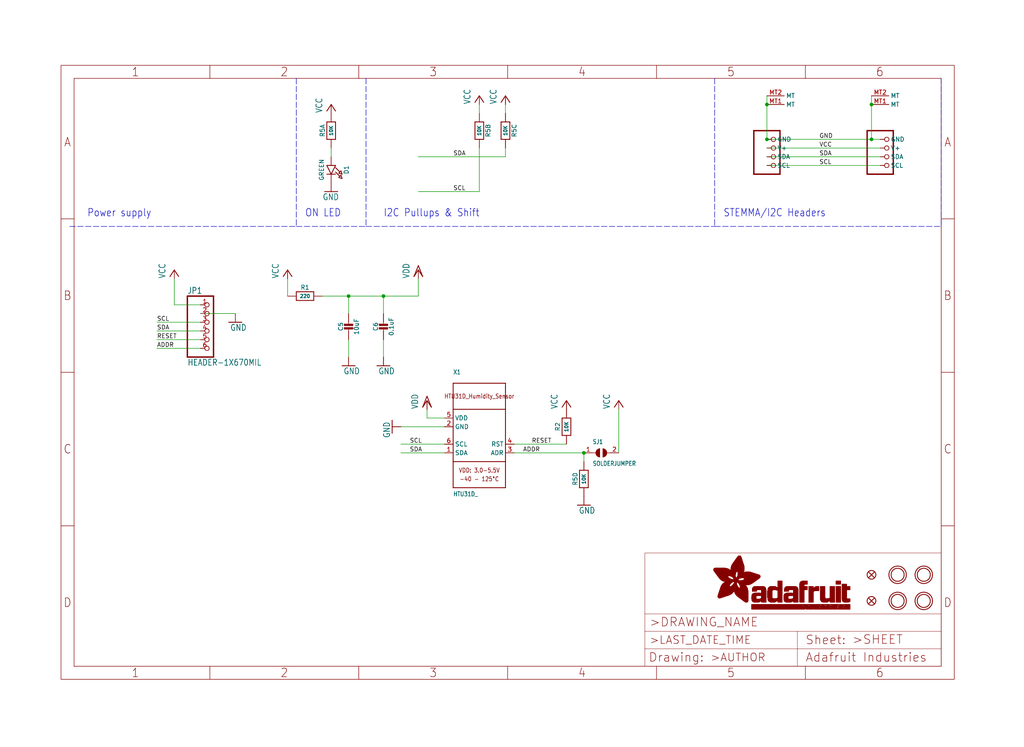
<source format=kicad_sch>
(kicad_sch (version 20211123) (generator eeschema)
  (paper "User" 298.45 217.881)
  (lib_symbols
    (symbol "eagleSchem-eagle-import:CAP_CERAMIC0603_NO"
      (property "Reference" "C" (at -2.29 1.25 90))
      (property "Value" "CAP_CERAMIC0603_NO" (at 2.3 1.25 90))
      (symbol "CAP_CERAMIC0603_NO_1_0"
        (pin passive line (at 0 5.08 270) (length 2.54) (name "1") (number "1"))
        (pin passive line (at 0 -2.54 90) (length 2.54) (name "2") (number "2"))
      )
    )
    (symbol "eagleSchem-eagle-import:CAP_CERAMIC0805-NOOUTLINE"
      (property "Reference" "C" (at -2.29 1.25 90))
      (property "Value" "CAP_CERAMIC0805-NOOUTLINE" (at 2.3 1.25 90))
      (symbol "CAP_CERAMIC0805-NOOUTLINE_1_0"
        (pin passive line (at 0 5.08 270) (length 2.54) (name "1") (number "1"))
        (pin passive line (at 0 -2.54 90) (length 2.54) (name "2") (number "2"))
      )
    )
    (symbol "eagleSchem-eagle-import:FIDUCIAL_1MM")
    (symbol "eagleSchem-eagle-import:FRAME_A4_ADAFRUIT"
      (symbol "FRAME_A4_ADAFRUIT_0_0"
        (text "1" (at 21.6958 1.905 0) (effects (font (size 2.54 2.286))))
        (text "1" (at 21.6958 177.165 0) (effects (font (size 2.54 2.286))))
        (text "2" (at 65.0875 1.905 0) (effects (font (size 2.54 2.286))))
        (text "2" (at 65.0875 177.165 0) (effects (font (size 2.54 2.286))))
        (text "3" (at 108.4792 1.905 0) (effects (font (size 2.54 2.286))))
        (text "3" (at 108.4792 177.165 0) (effects (font (size 2.54 2.286))))
        (text "4" (at 151.8708 1.905 0) (effects (font (size 2.54 2.286))))
        (text "4" (at 151.8708 177.165 0) (effects (font (size 2.54 2.286))))
        (text "5" (at 195.2625 1.905 0) (effects (font (size 2.54 2.286))))
        (text "5" (at 195.2625 177.165 0) (effects (font (size 2.54 2.286))))
        (text "6" (at 238.6542 1.905 0) (effects (font (size 2.54 2.286))))
        (text "6" (at 238.6542 177.165 0) (effects (font (size 2.54 2.286))))
        (text "A" (at 1.905 156.6863 0) (effects (font (size 2.54 2.286))))
        (text "A" (at 258.445 156.6863 0) (effects (font (size 2.54 2.286))))
        (text "B" (at 1.905 111.9188 0) (effects (font (size 2.54 2.286))))
        (text "B" (at 258.445 111.9188 0) (effects (font (size 2.54 2.286))))
        (text "C" (at 1.905 67.1513 0) (effects (font (size 2.54 2.286))))
        (text "C" (at 258.445 67.1513 0) (effects (font (size 2.54 2.286))))
        (text "D" (at 1.905 22.3838 0) (effects (font (size 2.54 2.286))))
        (text "D" (at 258.445 22.3838 0) (effects (font (size 2.54 2.286))))
      )
      (symbol "FRAME_A4_ADAFRUIT_1_0"
        (text ">AUTHOR" (at 189.23 5.08 0) (effects (font (size 2.286 2.286)) (justify left bottom)))
        (text ">DRAWING_NAME" (at 171.45 15.24 0) (effects (font (size 2.54 2.54)) (justify left bottom)))
        (text ">LAST_DATE_TIME" (at 171.45 10.16 0) (effects (font (size 2.286 2.286)) (justify left bottom)))
        (text ">SHEET" (at 230.505 10.16 0) (effects (font (size 2.54 2.54)) (justify left bottom)))
        (text "Adafruit Industries" (at 216.916 4.953 0) (effects (font (size 2.54 2.54)) (justify left bottom)))
        (text "Drawing:" (at 171.196 4.953 0) (effects (font (size 2.54 2.54)) (justify left bottom)))
        (text "Sheet:" (at 216.916 10.033 0) (effects (font (size 2.54 2.54)) (justify left bottom)))
      )
    )
    (symbol "eagleSchem-eagle-import:GND" (power)
      (property "Value" "GND" (at -2.54 -2.54 0))
      (symbol "GND_1_0"
        (pin power_in line (at 0 2.54 270) (length 2.54) (name "GND") (number "1"))
      )
    )
    (symbol "eagleSchem-eagle-import:HEADER-1X670MIL"
      (property "Reference" "JP" (at -6.35 10.795 0))
      (property "Value" "HEADER-1X670MIL" (at -6.35 -10.16 0))
      (symbol "HEADER-1X670MIL_1_0"
        (pin passive inverted (at -2.54 7.62 0) (length 2.54) (name "1") (number "1"))
        (pin passive inverted (at -2.54 5.08 0) (length 2.54) (name "2") (number "2"))
        (pin passive inverted (at -2.54 2.54 0) (length 2.54) (name "3") (number "3"))
        (pin passive inverted (at -2.54 0 0) (length 2.54) (name "4") (number "4"))
        (pin passive inverted (at -2.54 -2.54 0) (length 2.54) (name "5") (number "5"))
        (pin passive inverted (at -2.54 -5.08 0) (length 2.54) (name "6") (number "6"))
      )
    )
    (symbol "eagleSchem-eagle-import:HTU31D_"
      (property "Reference" "X" (at -7.62 17.78 0))
      (property "Value" "HTU31D_" (at -7.62 -17.78 0))
      (symbol "HTU31D__1_0"
        (text "-40 - 125°C" (at 0 -12.7 0) (effects (font (size 1.27 1.0795))))
        (text "HTU31D_Humidity_Sensor" (at 0 11.43 0) (effects (font (size 1.27 1.0795))))
        (text "VDD: 3.0-5.5V" (at 0 -10.16 0) (effects (font (size 1.27 1.0795))))
        (pin bidirectional line (at -10.16 -5.08 0) (length 2.54) (name "SDA") (number "1"))
        (pin power_in line (at -10.16 2.54 0) (length 2.54) (name "GND") (number "2"))
        (pin input line (at 10.16 -5.08 180) (length 2.54) (name "ADR") (number "3"))
        (pin input line (at 10.16 -2.54 180) (length 2.54) (name "RST") (number "4"))
        (pin power_in line (at -10.16 5.08 0) (length 2.54) (name "VDD") (number "5"))
        (pin input line (at -10.16 -2.54 0) (length 2.54) (name "SCL") (number "6"))
      )
    )
    (symbol "eagleSchem-eagle-import:LED0603_NOOUTLINE"
      (property "Reference" "D" (at -1.27 4.445 0))
      (property "Value" "LED0603_NOOUTLINE" (at -1.27 -2.794 0))
      (symbol "LED0603_NOOUTLINE_1_0"
        (pin passive line (at -5.08 0 0) (length 2.54) (name "A") (number "A"))
        (pin passive line (at 2.54 0 180) (length 2.54) (name "C") (number "C"))
      )
    )
    (symbol "eagleSchem-eagle-import:MOUNTINGHOLE2.5")
    (symbol "eagleSchem-eagle-import:RESISTOR_0603_NOOUT"
      (property "Reference" "R" (at 0 2.54 0))
      (property "Value" "RESISTOR_0603_NOOUT" (at 0 0 0))
      (symbol "RESISTOR_0603_NOOUT_1_0"
        (pin passive line (at -5.08 0 0) (length 2.54) (name "1") (number "1"))
        (pin passive line (at 5.08 0 180) (length 2.54) (name "2") (number "2"))
      )
    )
    (symbol "eagleSchem-eagle-import:RESISTOR_4PACK"
      (property "Reference" "R" (at 0 2.54 0))
      (property "Value" "RESISTOR_4PACK" (at 0 0 0))
      (symbol "RESISTOR_4PACK_1_0"
        (pin passive line (at -5.08 0 0) (length 2.54) (name "1") (number "1"))
        (pin passive line (at 5.08 0 180) (length 2.54) (name "2") (number "8"))
      )
      (symbol "RESISTOR_4PACK_2_0"
        (pin passive line (at -5.08 0 0) (length 2.54) (name "1") (number "2"))
        (pin passive line (at 5.08 0 180) (length 2.54) (name "2") (number "7"))
      )
      (symbol "RESISTOR_4PACK_3_0"
        (pin passive line (at -5.08 0 0) (length 2.54) (name "1") (number "3"))
        (pin passive line (at 5.08 0 180) (length 2.54) (name "2") (number "6"))
      )
      (symbol "RESISTOR_4PACK_4_0"
        (pin passive line (at -5.08 0 0) (length 2.54) (name "1") (number "4"))
        (pin passive line (at 5.08 0 180) (length 2.54) (name "2") (number "5"))
      )
    )
    (symbol "eagleSchem-eagle-import:SOLDERJUMPER"
      (property "Reference" "SJ" (at -2.54 2.54 0))
      (property "Value" "SOLDERJUMPER" (at -2.54 -3.81 0))
      (symbol "SOLDERJUMPER_1_0"
        (pin passive line (at -5.08 0 0) (length 2.54) (name "1") (number "1"))
        (pin passive line (at 5.08 0 180) (length 2.54) (name "2") (number "2"))
      )
    )
    (symbol "eagleSchem-eagle-import:STEMMA_I2C_QT"
      (symbol "STEMMA_I2C_QT_1_0"
        (pin passive inverted (at 0 5.08 0) (length 2.54) (name "GND") (number "1"))
        (pin passive inverted (at 0 2.54 0) (length 2.54) (name "V+") (number "2"))
        (pin passive inverted (at 0 0 0) (length 2.54) (name "SDA") (number "3"))
        (pin passive inverted (at 0 -2.54 0) (length 2.54) (name "SCL") (number "4"))
      )
      (symbol "STEMMA_I2C_QT_2_0"
        (pin bidirectional line (at 0 0 0) (length 5.08) (name "MT") (number "MT1"))
      )
      (symbol "STEMMA_I2C_QT_3_0"
        (pin bidirectional line (at 0 0 0) (length 5.08) (name "MT") (number "MT2"))
      )
    )
    (symbol "eagleSchem-eagle-import:VCC" (power)
      (property "Value" "VCC" (at -2.54 -2.54 90))
      (symbol "VCC_1_0"
        (pin power_in line (at 0 -2.54 90) (length 2.54) (name "VCC") (number "1"))
      )
    )
    (symbol "eagleSchem-eagle-import:VDD" (power)
      (property "Value" "VDD" (at -2.54 -2.54 90))
      (symbol "VDD_1_0"
        (pin power_in line (at 0 -2.54 90) (length 2.54) (name "VDD") (number "1"))
      )
    )
  )
  (junction (at 254 30.48))
  (junction (at 223.52 40.64))
  (junction (at 111.76 86.36))
  (junction (at 254 40.64))
  (junction (at 170.18 132.08))
  (junction (at 101.6 86.36))
  (junction (at 223.52 30.48))
  (wire (pts (xy 96.52 45.72) (xy 96.52 43.18)))
  (wire (pts (xy 147.32 45.72) (xy 121.92 45.72)))
  (polyline (pts (xy 208.28 22.86) (xy 208.28 66.04)))
  (wire (pts (xy 58.42 96.52) (xy 45.72 96.52)))
  (wire (pts (xy 58.42 93.98) (xy 45.72 93.98)))
  (wire (pts (xy 129.54 121.92) (xy 124.46 121.92)))
  (wire (pts (xy 256.54 40.64) (xy 254 40.64)))
  (wire (pts (xy 139.7 30.48) (xy 139.7 33.02)))
  (polyline (pts (xy 20.32 66.04) (xy 86.36 66.04)))
  (wire (pts (xy 83.82 81.28) (xy 83.82 86.36)))
  (wire (pts (xy 147.32 33.02) (xy 147.32 30.48)))
  (polyline (pts (xy 86.36 66.04) (xy 106.68 66.04)))
  (wire (pts (xy 111.76 99.06) (xy 111.76 104.14)))
  (wire (pts (xy 58.42 91.44) (xy 68.58 91.44)))
  (wire (pts (xy 111.76 86.36) (xy 121.92 86.36)))
  (wire (pts (xy 254 30.48) (xy 254 40.64)))
  (wire (pts (xy 180.34 119.38) (xy 180.34 132.08)))
  (polyline (pts (xy 106.68 22.86) (xy 106.68 66.04)))
  (wire (pts (xy 116.84 124.46) (xy 129.54 124.46)))
  (wire (pts (xy 139.7 43.18) (xy 139.7 55.88)))
  (wire (pts (xy 139.7 55.88) (xy 121.92 55.88)))
  (wire (pts (xy 101.6 86.36) (xy 101.6 91.44)))
  (wire (pts (xy 124.46 121.92) (xy 124.46 119.38)))
  (wire (pts (xy 223.52 30.48) (xy 223.52 40.64)))
  (polyline (pts (xy 274.32 22.86) (xy 274.32 66.04)))
  (wire (pts (xy 116.84 132.08) (xy 129.54 132.08)))
  (wire (pts (xy 50.8 88.9) (xy 50.8 81.28)))
  (wire (pts (xy 93.98 86.36) (xy 101.6 86.36)))
  (wire (pts (xy 101.6 99.06) (xy 101.6 104.14)))
  (wire (pts (xy 101.6 86.36) (xy 111.76 86.36)))
  (wire (pts (xy 147.32 43.18) (xy 147.32 45.72)))
  (wire (pts (xy 129.54 129.54) (xy 116.84 129.54)))
  (wire (pts (xy 256.54 45.72) (xy 223.52 45.72)))
  (wire (pts (xy 58.42 88.9) (xy 50.8 88.9)))
  (wire (pts (xy 45.72 101.6) (xy 58.42 101.6)))
  (wire (pts (xy 111.76 86.36) (xy 111.76 91.44)))
  (wire (pts (xy 254 27.94) (xy 254 30.48)))
  (wire (pts (xy 149.86 129.54) (xy 165.1 129.54)))
  (polyline (pts (xy 106.68 66.04) (xy 208.28 66.04)))
  (wire (pts (xy 254 40.64) (xy 223.52 40.64)))
  (wire (pts (xy 223.52 43.18) (xy 256.54 43.18)))
  (wire (pts (xy 170.18 132.08) (xy 170.18 134.62)))
  (wire (pts (xy 223.52 27.94) (xy 223.52 30.48)))
  (wire (pts (xy 223.52 48.26) (xy 256.54 48.26)))
  (wire (pts (xy 121.92 81.28) (xy 121.92 86.36)))
  (wire (pts (xy 149.86 132.08) (xy 170.18 132.08)))
  (polyline (pts (xy 208.28 66.04) (xy 274.32 66.04)))
  (wire (pts (xy 58.42 99.06) (xy 45.72 99.06)))
  (polyline (pts (xy 86.36 22.86) (xy 86.36 66.04)))
  (text "I2C Pullups & Shift" (at 111.76 63.5 180) (effects (font (size 2.1844 1.8567)) (justify left bottom)))
  (text "ON LED" (at 88.9 63.5 180) (effects (font (size 2.1844 1.8567)) (justify left bottom)))
  (text "Power supply" (at 25.4 63.5 180) (effects (font (size 2.1844 1.8567)) (justify left bottom)))
  (text "STEMMA/I2C Headers" (at 210.82 63.5 180) (effects (font (size 2.1844 1.8567)) (justify left bottom)))
  (label "SCL" (at 132.08 55.88 0) (effects (font (size 1.2446 1.2446))))
  (label "RESET" (at 45.72 99.06 0) (effects (font (size 1.2446 1.2446))))
  (label "VCC" (at 238.76 43.18 0) (effects (font (size 1.2446 1.2446))))
  (label "SDA" (at 132.08 45.72 0) (effects (font (size 1.2446 1.2446))))
  (label "ADDR" (at 152.4 132.08 0) (effects (font (size 1.2446 1.2446))))
  (label "ADDR" (at 45.72 101.6 0) (effects (font (size 1.2446 1.2446))))
  (label "SDA" (at 238.76 45.72 0) (effects (font (size 1.2446 1.2446))))
  (label "SDA" (at 119.38 132.08 0) (effects (font (size 1.2446 1.2446))))
  (label "RESET" (at 154.94 129.54 0) (effects (font (size 1.2446 1.2446))))
  (label "SCL" (at 45.72 93.98 0) (effects (font (size 1.2446 1.2446))))
  (label "SCL" (at 238.76 48.26 0) (effects (font (size 1.2446 1.2446))))
  (label "GND" (at 238.76 40.64 0) (effects (font (size 1.2446 1.2446))))
  (label "SDA" (at 45.72 96.52 0) (effects (font (size 1.2446 1.2446))))
  (label "SCL" (at 119.38 129.54 0) (effects (font (size 1.2446 1.2446))))
  (symbol (lib_id "eagleSchem-eagle-import:RESISTOR_4PACK") (at 147.32 38.1 270) (unit 3)
    (property "Reference" "R5" (at 149.86 38.1 0))
    (property "Value" "10K" (at 147.32 38.1 0) (effects (font (size 1.016 1.016) bold)))
    (property "Footprint" "eagleSchem:RESPACK_4X0603" (effects hide))
  )
  (symbol (lib_id "eagleSchem-eagle-import:RESISTOR_4PACK") (at 170.18 139.7 90) (unit 4)
    (property "Reference" "R5" (at 167.64 139.7 0))
    (property "Value" "10K" (at 170.18 139.7 0) (effects (font (size 1.016 1.016) bold)))
    (property "Footprint" "eagleSchem:RESPACK_4X0603" (effects hide))
  )
  (symbol (lib_id "eagleSchem-eagle-import:STEMMA_I2C_QT") (at 223.52 45.72 0) (unit 1)
    (property "Reference" "CONN3" (effects hide))
    (property "Value" "STEMMA_I2C_QT" (effects hide))
    (property "Footprint" "eagleSchem:JST_SH4" (effects hide))
  )
  (symbol (lib_id "eagleSchem-eagle-import:VCC") (at 147.32 27.94 0) (unit 1)
    (property "Reference" "#P+6" (effects hide))
    (property "Value" "VCC" (at 144.78 30.48 90) (effects (font (size 1.778 1.5113)) (justify left bottom)))
    (property "Footprint" "eagleSchem:" (effects hide))
  )
  (symbol (lib_id "eagleSchem-eagle-import:GND") (at 68.58 93.98 0) (unit 1)
    (property "Reference" "#U$14" (effects hide))
    (property "Value" "GND" (at 67.056 96.52 0) (effects (font (size 1.778 1.5113)) (justify left bottom)))
    (property "Footprint" "eagleSchem:" (effects hide))
  )
  (symbol (lib_id "eagleSchem-eagle-import:HEADER-1X670MIL") (at 60.96 96.52 0) (unit 1)
    (property "Reference" "JP1" (at 54.61 85.725 0) (effects (font (size 1.778 1.5113)) (justify left bottom)))
    (property "Value" "HEADER-1X670MIL" (at 54.61 106.68 0) (effects (font (size 1.778 1.5113)) (justify left bottom)))
    (property "Footprint" "eagleSchem:1X06_ROUND_70" (effects hide))
  )
  (symbol (lib_id "eagleSchem-eagle-import:HTU31D_") (at 139.7 127 0) (unit 1)
    (property "Reference" "X1" (at 132.08 109.22 0) (effects (font (size 1.27 1.0795)) (justify left bottom)))
    (property "Value" "HTU31D_" (at 132.08 144.78 0) (effects (font (size 1.27 1.0795)) (justify left bottom)))
    (property "Footprint" "eagleSchem:HTU31D" (effects hide))
  )
  (symbol (lib_id "eagleSchem-eagle-import:MOUNTINGHOLE2.5") (at 269.24 175.26 0) (unit 1)
    (property "Reference" "U$25" (effects hide))
    (property "Value" "MOUNTINGHOLE2.5" (effects hide))
    (property "Footprint" "eagleSchem:MOUNTINGHOLE_2.5_PLATED" (effects hide))
  )
  (symbol (lib_id "eagleSchem-eagle-import:MOUNTINGHOLE2.5") (at 261.62 167.64 0) (unit 1)
    (property "Reference" "U$20" (effects hide))
    (property "Value" "MOUNTINGHOLE2.5" (effects hide))
    (property "Footprint" "eagleSchem:MOUNTINGHOLE_2.5_PLATED" (effects hide))
  )
  (symbol (lib_id "eagleSchem-eagle-import:MOUNTINGHOLE2.5") (at 261.62 175.26 0) (unit 1)
    (property "Reference" "U$19" (effects hide))
    (property "Value" "MOUNTINGHOLE2.5" (effects hide))
    (property "Footprint" "eagleSchem:MOUNTINGHOLE_2.5_PLATED" (effects hide))
  )
  (symbol (lib_id "eagleSchem-eagle-import:VCC") (at 96.52 30.48 0) (unit 1)
    (property "Reference" "#P+2" (effects hide))
    (property "Value" "VCC" (at 93.98 33.02 90) (effects (font (size 1.778 1.5113)) (justify left bottom)))
    (property "Footprint" "eagleSchem:" (effects hide))
  )
  (symbol (lib_id "eagleSchem-eagle-import:STEMMA_I2C_QT") (at 254 30.48 0) (unit 2)
    (property "Reference" "CONN4" (effects hide))
    (property "Value" "STEMMA_I2C_QT" (effects hide))
    (property "Footprint" "eagleSchem:JST_SH4" (effects hide))
  )
  (symbol (lib_id "eagleSchem-eagle-import:RESISTOR_0603_NOOUT") (at 88.9 86.36 0) (unit 1)
    (property "Reference" "R1" (at 88.9 83.82 0))
    (property "Value" "220" (at 88.9 86.36 0) (effects (font (size 1.016 1.016) bold)))
    (property "Footprint" "eagleSchem:0603-NO" (effects hide))
  )
  (symbol (lib_id "eagleSchem-eagle-import:VCC") (at 139.7 27.94 0) (unit 1)
    (property "Reference" "#P+5" (effects hide))
    (property "Value" "VCC" (at 137.16 30.48 90) (effects (font (size 1.778 1.5113)) (justify left bottom)))
    (property "Footprint" "eagleSchem:" (effects hide))
  )
  (symbol (lib_id "eagleSchem-eagle-import:VCC") (at 165.1 116.84 0) (unit 1)
    (property "Reference" "#P+1" (effects hide))
    (property "Value" "VCC" (at 162.56 119.38 90) (effects (font (size 1.778 1.5113)) (justify left bottom)))
    (property "Footprint" "eagleSchem:" (effects hide))
  )
  (symbol (lib_id "eagleSchem-eagle-import:GND") (at 111.76 106.68 0) (unit 1)
    (property "Reference" "#U$12" (effects hide))
    (property "Value" "GND" (at 110.236 109.22 0) (effects (font (size 1.778 1.5113)) (justify left bottom)))
    (property "Footprint" "eagleSchem:" (effects hide))
  )
  (symbol (lib_id "eagleSchem-eagle-import:MOUNTINGHOLE2.5") (at 269.24 167.64 0) (unit 1)
    (property "Reference" "U$22" (effects hide))
    (property "Value" "MOUNTINGHOLE2.5" (effects hide))
    (property "Footprint" "eagleSchem:MOUNTINGHOLE_2.5_PLATED" (effects hide))
  )
  (symbol (lib_id "eagleSchem-eagle-import:RESISTOR_4PACK") (at 96.52 38.1 90) (unit 1)
    (property "Reference" "R5" (at 93.98 38.1 0))
    (property "Value" "10K" (at 96.52 38.1 0) (effects (font (size 1.016 1.016) bold)))
    (property "Footprint" "eagleSchem:RESPACK_4X0603" (effects hide))
  )
  (symbol (lib_id "eagleSchem-eagle-import:FIDUCIAL_1MM") (at 254 175.26 0) (unit 1)
    (property "Reference" "FID3" (effects hide))
    (property "Value" "FIDUCIAL_1MM" (effects hide))
    (property "Footprint" "eagleSchem:FIDUCIAL_1MM" (effects hide))
  )
  (symbol (lib_id "eagleSchem-eagle-import:GND") (at 170.18 147.32 0) (unit 1)
    (property "Reference" "#U$2" (effects hide))
    (property "Value" "GND" (at 168.656 149.86 0) (effects (font (size 1.778 1.5113)) (justify left bottom)))
    (property "Footprint" "eagleSchem:" (effects hide))
  )
  (symbol (lib_id "eagleSchem-eagle-import:FRAME_A4_ADAFRUIT") (at 17.78 198.12 0) (unit 1)
    (property "Reference" "#U$21" (effects hide))
    (property "Value" "FRAME_A4_ADAFRUIT" (effects hide))
    (property "Footprint" "eagleSchem:" (effects hide))
  )
  (symbol (lib_id "eagleSchem-eagle-import:VCC") (at 83.82 78.74 0) (unit 1)
    (property "Reference" "#P+10" (effects hide))
    (property "Value" "VCC" (at 81.28 81.28 90) (effects (font (size 1.778 1.5113)) (justify left bottom)))
    (property "Footprint" "eagleSchem:" (effects hide))
  )
  (symbol (lib_id "eagleSchem-eagle-import:CAP_CERAMIC0805-NOOUTLINE") (at 101.6 96.52 0) (unit 1)
    (property "Reference" "C5" (at 99.31 95.27 90))
    (property "Value" "10uF" (at 103.9 95.27 90))
    (property "Footprint" "eagleSchem:0805-NO" (effects hide))
  )
  (symbol (lib_id "eagleSchem-eagle-import:RESISTOR_0603_NOOUT") (at 165.1 124.46 90) (unit 1)
    (property "Reference" "R2" (at 162.56 124.46 0))
    (property "Value" "10K" (at 165.1 124.46 0) (effects (font (size 1.016 1.016) bold)))
    (property "Footprint" "eagleSchem:0603-NO" (effects hide))
  )
  (symbol (lib_id "eagleSchem-eagle-import:STEMMA_I2C_QT") (at 256.54 45.72 0) (unit 1)
    (property "Reference" "CONN4" (effects hide))
    (property "Value" "STEMMA_I2C_QT" (effects hide))
    (property "Footprint" "eagleSchem:JST_SH4" (effects hide))
  )
  (symbol (lib_id "eagleSchem-eagle-import:LED0603_NOOUTLINE") (at 96.52 50.8 270) (unit 1)
    (property "Reference" "D1" (at 100.965 49.53 0))
    (property "Value" "GREEN" (at 93.726 49.53 0))
    (property "Footprint" "eagleSchem:CHIPLED_0603_NOOUTLINE" (effects hide))
  )
  (symbol (lib_id "eagleSchem-eagle-import:GND") (at 101.6 106.68 0) (unit 1)
    (property "Reference" "#U$11" (effects hide))
    (property "Value" "GND" (at 100.076 109.22 0) (effects (font (size 1.778 1.5113)) (justify left bottom)))
    (property "Footprint" "eagleSchem:" (effects hide))
  )
  (symbol (lib_id "eagleSchem-eagle-import:VCC") (at 180.34 116.84 0) (unit 1)
    (property "Reference" "#P+3" (effects hide))
    (property "Value" "VCC" (at 177.8 119.38 90) (effects (font (size 1.778 1.5113)) (justify left bottom)))
    (property "Footprint" "eagleSchem:" (effects hide))
  )
  (symbol (lib_id "eagleSchem-eagle-import:VCC") (at 50.8 78.74 0) (unit 1)
    (property "Reference" "#P+8" (effects hide))
    (property "Value" "VCC" (at 48.26 81.28 90) (effects (font (size 1.778 1.5113)) (justify left bottom)))
    (property "Footprint" "eagleSchem:" (effects hide))
  )
  (symbol (lib_id "eagleSchem-eagle-import:STEMMA_I2C_QT") (at 254 27.94 0) (unit 3)
    (property "Reference" "CONN4" (effects hide))
    (property "Value" "STEMMA_I2C_QT" (effects hide))
    (property "Footprint" "eagleSchem:JST_SH4" (effects hide))
  )
  (symbol (lib_id "eagleSchem-eagle-import:VDD") (at 121.92 78.74 0) (unit 1)
    (property "Reference" "#VDD1" (effects hide))
    (property "Value" "VDD" (at 119.38 81.28 90) (effects (font (size 1.778 1.5113)) (justify left bottom)))
    (property "Footprint" "eagleSchem:" (effects hide))
  )
  (symbol (lib_id "eagleSchem-eagle-import:GND") (at 96.52 55.88 0) (unit 1)
    (property "Reference" "#GND6" (effects hide))
    (property "Value" "GND" (at 93.98 58.42 0) (effects (font (size 1.778 1.5113)) (justify left bottom)))
    (property "Footprint" "eagleSchem:" (effects hide))
  )
  (symbol (lib_id "eagleSchem-eagle-import:STEMMA_I2C_QT") (at 223.52 30.48 0) (unit 2)
    (property "Reference" "CONN3" (effects hide))
    (property "Value" "STEMMA_I2C_QT" (effects hide))
    (property "Footprint" "eagleSchem:JST_SH4" (effects hide))
  )
  (symbol (lib_id "eagleSchem-eagle-import:STEMMA_I2C_QT") (at 223.52 27.94 0) (unit 3)
    (property "Reference" "CONN3" (effects hide))
    (property "Value" "STEMMA_I2C_QT" (effects hide))
    (property "Footprint" "eagleSchem:JST_SH4" (effects hide))
  )
  (symbol (lib_id "eagleSchem-eagle-import:RESISTOR_4PACK") (at 139.7 38.1 270) (unit 2)
    (property "Reference" "R5" (at 142.24 38.1 0))
    (property "Value" "10K" (at 139.7 38.1 0) (effects (font (size 1.016 1.016) bold)))
    (property "Footprint" "eagleSchem:RESPACK_4X0603" (effects hide))
  )
  (symbol (lib_id "eagleSchem-eagle-import:VDD") (at 124.46 116.84 0) (unit 1)
    (property "Reference" "#VDD2" (effects hide))
    (property "Value" "VDD" (at 121.92 119.38 90) (effects (font (size 1.778 1.5113)) (justify left bottom)))
    (property "Footprint" "eagleSchem:" (effects hide))
  )
  (symbol (lib_id "eagleSchem-eagle-import:CAP_CERAMIC0603_NO") (at 111.76 96.52 0) (unit 1)
    (property "Reference" "C6" (at 109.47 95.27 90))
    (property "Value" "0.1uF" (at 114.06 95.27 90))
    (property "Footprint" "eagleSchem:0603-NO" (effects hide))
  )
  (symbol (lib_id "eagleSchem-eagle-import:GND") (at 114.3 124.46 270) (unit 1)
    (property "Reference" "#U$1" (effects hide))
    (property "Value" "GND" (at 111.76 122.936 0) (effects (font (size 1.778 1.5113)) (justify left bottom)))
    (property "Footprint" "eagleSchem:" (effects hide))
  )
  (symbol (lib_id "eagleSchem-eagle-import:FIDUCIAL_1MM") (at 254 167.64 0) (unit 1)
    (property "Reference" "FID4" (effects hide))
    (property "Value" "FIDUCIAL_1MM" (effects hide))
    (property "Footprint" "eagleSchem:FIDUCIAL_1MM" (effects hide))
  )
  (symbol (lib_id "eagleSchem-eagle-import:SOLDERJUMPER") (at 175.26 132.08 0) (unit 1)
    (property "Reference" "SJ1" (at 172.72 129.54 0) (effects (font (size 1.27 1.0795)) (justify left bottom)))
    (property "Value" "SOLDERJUMPER" (at 172.72 135.89 0) (effects (font (size 1.27 1.0795)) (justify left bottom)))
    (property "Footprint" "eagleSchem:SOLDERJUMPER_ARROW_NOPASTE" (effects hide))
  )
)
</source>
